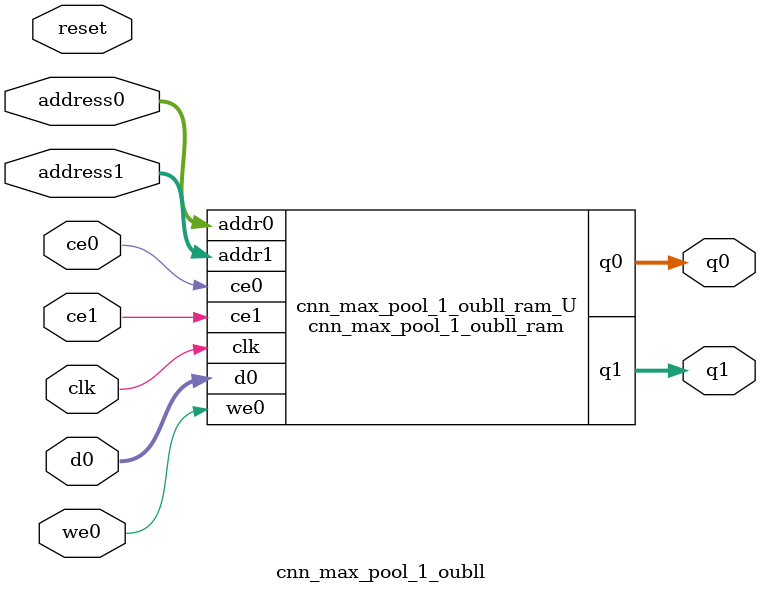
<source format=v>
`timescale 1 ns / 1 ps
module cnn_max_pool_1_oubll_ram (addr0, ce0, d0, we0, q0, addr1, ce1, q1,  clk);

parameter DWIDTH = 14;
parameter AWIDTH = 10;
parameter MEM_SIZE = 1014;

input[AWIDTH-1:0] addr0;
input ce0;
input[DWIDTH-1:0] d0;
input we0;
output reg[DWIDTH-1:0] q0;
input[AWIDTH-1:0] addr1;
input ce1;
output reg[DWIDTH-1:0] q1;
input clk;

(* ram_style = "block" *)reg [DWIDTH-1:0] ram[0:MEM_SIZE-1];




always @(posedge clk)  
begin 
    if (ce0) 
    begin
        if (we0) 
        begin 
            ram[addr0] <= d0; 
        end 
        q0 <= ram[addr0];
    end
end


always @(posedge clk)  
begin 
    if (ce1) 
    begin
        q1 <= ram[addr1];
    end
end


endmodule

`timescale 1 ns / 1 ps
module cnn_max_pool_1_oubll(
    reset,
    clk,
    address0,
    ce0,
    we0,
    d0,
    q0,
    address1,
    ce1,
    q1);

parameter DataWidth = 32'd14;
parameter AddressRange = 32'd1014;
parameter AddressWidth = 32'd10;
input reset;
input clk;
input[AddressWidth - 1:0] address0;
input ce0;
input we0;
input[DataWidth - 1:0] d0;
output[DataWidth - 1:0] q0;
input[AddressWidth - 1:0] address1;
input ce1;
output[DataWidth - 1:0] q1;



cnn_max_pool_1_oubll_ram cnn_max_pool_1_oubll_ram_U(
    .clk( clk ),
    .addr0( address0 ),
    .ce0( ce0 ),
    .we0( we0 ),
    .d0( d0 ),
    .q0( q0 ),
    .addr1( address1 ),
    .ce1( ce1 ),
    .q1( q1 ));

endmodule


</source>
